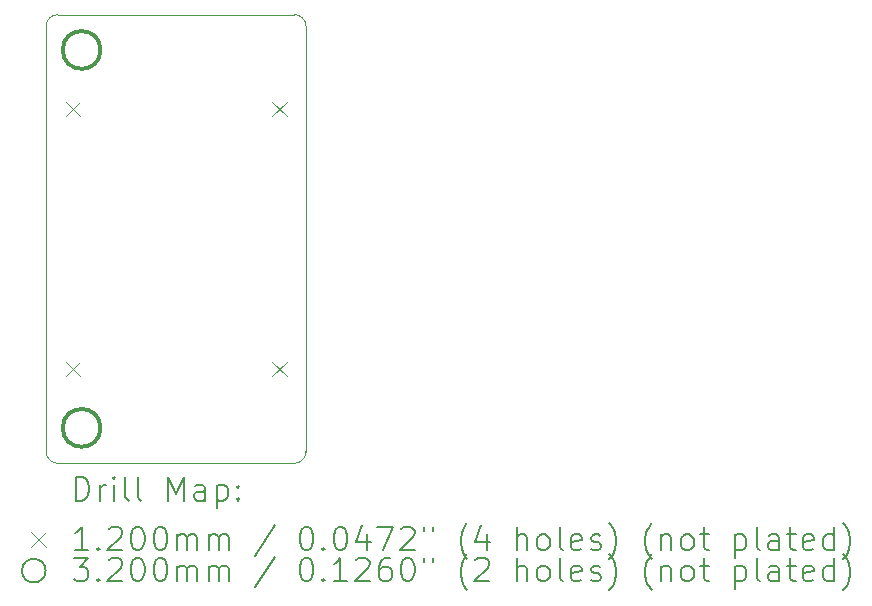
<source format=gbr>
%FSLAX45Y45*%
G04 Gerber Fmt 4.5, Leading zero omitted, Abs format (unit mm)*
G04 Created by KiCad (PCBNEW (6.0.2)) date 2022-05-16 11:26:37*
%MOMM*%
%LPD*%
G01*
G04 APERTURE LIST*
%TA.AperFunction,Profile*%
%ADD10C,0.100000*%
%TD*%
%ADD11C,0.200000*%
%ADD12C,0.120000*%
%ADD13C,0.320000*%
G04 APERTURE END LIST*
D10*
X0Y100000D02*
G75*
G03*
X100000Y0I100000J0D01*
G01*
X100000Y3800000D02*
X2100000Y3800000D01*
X2100000Y0D02*
X100000Y0D01*
X100000Y3800000D02*
G75*
G03*
X0Y3700000I0J-100000D01*
G01*
X2200000Y3700000D02*
X2200000Y100000D01*
X0Y100000D02*
X0Y3700000D01*
X2100000Y0D02*
G75*
G03*
X2200000Y100000I0J100000D01*
G01*
X2200000Y3700000D02*
G75*
G03*
X2100000Y3800000I-100000J0D01*
G01*
D11*
D12*
X165000Y3060000D02*
X285000Y2940000D01*
X285000Y3060000D02*
X165000Y2940000D01*
X165000Y860000D02*
X285000Y740000D01*
X285000Y860000D02*
X165000Y740000D01*
X1915000Y3060000D02*
X2035000Y2940000D01*
X2035000Y3060000D02*
X1915000Y2940000D01*
X1915000Y860000D02*
X2035000Y740000D01*
X2035000Y860000D02*
X1915000Y740000D01*
D13*
X460000Y3500000D02*
G75*
G03*
X460000Y3500000I-160000J0D01*
G01*
X460000Y300000D02*
G75*
G03*
X460000Y300000I-160000J0D01*
G01*
D11*
X252619Y-315476D02*
X252619Y-115476D01*
X300238Y-115476D01*
X328810Y-125000D01*
X347857Y-144048D01*
X357381Y-163095D01*
X366905Y-201190D01*
X366905Y-229762D01*
X357381Y-267857D01*
X347857Y-286905D01*
X328810Y-305952D01*
X300238Y-315476D01*
X252619Y-315476D01*
X452619Y-315476D02*
X452619Y-182143D01*
X452619Y-220238D02*
X462143Y-201190D01*
X471667Y-191667D01*
X490714Y-182143D01*
X509762Y-182143D01*
X576429Y-315476D02*
X576429Y-182143D01*
X576429Y-115476D02*
X566905Y-125000D01*
X576429Y-134524D01*
X585952Y-125000D01*
X576429Y-115476D01*
X576429Y-134524D01*
X700238Y-315476D02*
X681190Y-305952D01*
X671667Y-286905D01*
X671667Y-115476D01*
X805000Y-315476D02*
X785952Y-305952D01*
X776428Y-286905D01*
X776428Y-115476D01*
X1033571Y-315476D02*
X1033571Y-115476D01*
X1100238Y-258333D01*
X1166905Y-115476D01*
X1166905Y-315476D01*
X1347857Y-315476D02*
X1347857Y-210714D01*
X1338333Y-191667D01*
X1319286Y-182143D01*
X1281190Y-182143D01*
X1262143Y-191667D01*
X1347857Y-305952D02*
X1328810Y-315476D01*
X1281190Y-315476D01*
X1262143Y-305952D01*
X1252619Y-286905D01*
X1252619Y-267857D01*
X1262143Y-248809D01*
X1281190Y-239286D01*
X1328810Y-239286D01*
X1347857Y-229762D01*
X1443095Y-182143D02*
X1443095Y-382143D01*
X1443095Y-191667D02*
X1462143Y-182143D01*
X1500238Y-182143D01*
X1519286Y-191667D01*
X1528809Y-201190D01*
X1538333Y-220238D01*
X1538333Y-277381D01*
X1528809Y-296429D01*
X1519286Y-305952D01*
X1500238Y-315476D01*
X1462143Y-315476D01*
X1443095Y-305952D01*
X1624048Y-296429D02*
X1633571Y-305952D01*
X1624048Y-315476D01*
X1614524Y-305952D01*
X1624048Y-296429D01*
X1624048Y-315476D01*
X1624048Y-191667D02*
X1633571Y-201190D01*
X1624048Y-210714D01*
X1614524Y-201190D01*
X1624048Y-191667D01*
X1624048Y-210714D01*
D12*
X-125000Y-585000D02*
X-5000Y-705000D01*
X-5000Y-585000D02*
X-125000Y-705000D01*
D11*
X357381Y-735476D02*
X243095Y-735476D01*
X300238Y-735476D02*
X300238Y-535476D01*
X281190Y-564048D01*
X262143Y-583095D01*
X243095Y-592619D01*
X443095Y-716428D02*
X452619Y-725952D01*
X443095Y-735476D01*
X433571Y-725952D01*
X443095Y-716428D01*
X443095Y-735476D01*
X528810Y-554524D02*
X538333Y-545000D01*
X557381Y-535476D01*
X605000Y-535476D01*
X624048Y-545000D01*
X633571Y-554524D01*
X643095Y-573571D01*
X643095Y-592619D01*
X633571Y-621190D01*
X519286Y-735476D01*
X643095Y-735476D01*
X766905Y-535476D02*
X785952Y-535476D01*
X805000Y-545000D01*
X814524Y-554524D01*
X824048Y-573571D01*
X833571Y-611667D01*
X833571Y-659286D01*
X824048Y-697381D01*
X814524Y-716428D01*
X805000Y-725952D01*
X785952Y-735476D01*
X766905Y-735476D01*
X747857Y-725952D01*
X738333Y-716428D01*
X728809Y-697381D01*
X719286Y-659286D01*
X719286Y-611667D01*
X728809Y-573571D01*
X738333Y-554524D01*
X747857Y-545000D01*
X766905Y-535476D01*
X957381Y-535476D02*
X976428Y-535476D01*
X995476Y-545000D01*
X1005000Y-554524D01*
X1014524Y-573571D01*
X1024048Y-611667D01*
X1024048Y-659286D01*
X1014524Y-697381D01*
X1005000Y-716428D01*
X995476Y-725952D01*
X976428Y-735476D01*
X957381Y-735476D01*
X938333Y-725952D01*
X928809Y-716428D01*
X919286Y-697381D01*
X909762Y-659286D01*
X909762Y-611667D01*
X919286Y-573571D01*
X928809Y-554524D01*
X938333Y-545000D01*
X957381Y-535476D01*
X1109762Y-735476D02*
X1109762Y-602143D01*
X1109762Y-621190D02*
X1119286Y-611667D01*
X1138333Y-602143D01*
X1166905Y-602143D01*
X1185952Y-611667D01*
X1195476Y-630714D01*
X1195476Y-735476D01*
X1195476Y-630714D02*
X1205000Y-611667D01*
X1224048Y-602143D01*
X1252619Y-602143D01*
X1271667Y-611667D01*
X1281190Y-630714D01*
X1281190Y-735476D01*
X1376429Y-735476D02*
X1376429Y-602143D01*
X1376429Y-621190D02*
X1385952Y-611667D01*
X1405000Y-602143D01*
X1433571Y-602143D01*
X1452619Y-611667D01*
X1462143Y-630714D01*
X1462143Y-735476D01*
X1462143Y-630714D02*
X1471667Y-611667D01*
X1490714Y-602143D01*
X1519286Y-602143D01*
X1538333Y-611667D01*
X1547857Y-630714D01*
X1547857Y-735476D01*
X1938333Y-525952D02*
X1766905Y-783095D01*
X2195476Y-535476D02*
X2214524Y-535476D01*
X2233571Y-545000D01*
X2243095Y-554524D01*
X2252619Y-573571D01*
X2262143Y-611667D01*
X2262143Y-659286D01*
X2252619Y-697381D01*
X2243095Y-716428D01*
X2233571Y-725952D01*
X2214524Y-735476D01*
X2195476Y-735476D01*
X2176429Y-725952D01*
X2166905Y-716428D01*
X2157381Y-697381D01*
X2147857Y-659286D01*
X2147857Y-611667D01*
X2157381Y-573571D01*
X2166905Y-554524D01*
X2176429Y-545000D01*
X2195476Y-535476D01*
X2347857Y-716428D02*
X2357381Y-725952D01*
X2347857Y-735476D01*
X2338333Y-725952D01*
X2347857Y-716428D01*
X2347857Y-735476D01*
X2481190Y-535476D02*
X2500238Y-535476D01*
X2519286Y-545000D01*
X2528810Y-554524D01*
X2538333Y-573571D01*
X2547857Y-611667D01*
X2547857Y-659286D01*
X2538333Y-697381D01*
X2528810Y-716428D01*
X2519286Y-725952D01*
X2500238Y-735476D01*
X2481190Y-735476D01*
X2462143Y-725952D01*
X2452619Y-716428D01*
X2443095Y-697381D01*
X2433571Y-659286D01*
X2433571Y-611667D01*
X2443095Y-573571D01*
X2452619Y-554524D01*
X2462143Y-545000D01*
X2481190Y-535476D01*
X2719286Y-602143D02*
X2719286Y-735476D01*
X2671667Y-525952D02*
X2624048Y-668810D01*
X2747857Y-668810D01*
X2805000Y-535476D02*
X2938333Y-535476D01*
X2852619Y-735476D01*
X3005000Y-554524D02*
X3014524Y-545000D01*
X3033571Y-535476D01*
X3081190Y-535476D01*
X3100238Y-545000D01*
X3109762Y-554524D01*
X3119286Y-573571D01*
X3119286Y-592619D01*
X3109762Y-621190D01*
X2995476Y-735476D01*
X3119286Y-735476D01*
X3195476Y-535476D02*
X3195476Y-573571D01*
X3271667Y-535476D02*
X3271667Y-573571D01*
X3566905Y-811667D02*
X3557381Y-802143D01*
X3538333Y-773571D01*
X3528809Y-754524D01*
X3519286Y-725952D01*
X3509762Y-678333D01*
X3509762Y-640238D01*
X3519286Y-592619D01*
X3528809Y-564048D01*
X3538333Y-545000D01*
X3557381Y-516428D01*
X3566905Y-506905D01*
X3728809Y-602143D02*
X3728809Y-735476D01*
X3681190Y-525952D02*
X3633571Y-668810D01*
X3757381Y-668810D01*
X3985952Y-735476D02*
X3985952Y-535476D01*
X4071667Y-735476D02*
X4071667Y-630714D01*
X4062143Y-611667D01*
X4043095Y-602143D01*
X4014524Y-602143D01*
X3995476Y-611667D01*
X3985952Y-621190D01*
X4195476Y-735476D02*
X4176428Y-725952D01*
X4166905Y-716428D01*
X4157381Y-697381D01*
X4157381Y-640238D01*
X4166905Y-621190D01*
X4176428Y-611667D01*
X4195476Y-602143D01*
X4224048Y-602143D01*
X4243095Y-611667D01*
X4252619Y-621190D01*
X4262143Y-640238D01*
X4262143Y-697381D01*
X4252619Y-716428D01*
X4243095Y-725952D01*
X4224048Y-735476D01*
X4195476Y-735476D01*
X4376429Y-735476D02*
X4357381Y-725952D01*
X4347857Y-706905D01*
X4347857Y-535476D01*
X4528810Y-725952D02*
X4509762Y-735476D01*
X4471667Y-735476D01*
X4452619Y-725952D01*
X4443095Y-706905D01*
X4443095Y-630714D01*
X4452619Y-611667D01*
X4471667Y-602143D01*
X4509762Y-602143D01*
X4528810Y-611667D01*
X4538333Y-630714D01*
X4538333Y-649762D01*
X4443095Y-668810D01*
X4614524Y-725952D02*
X4633571Y-735476D01*
X4671667Y-735476D01*
X4690714Y-725952D01*
X4700238Y-706905D01*
X4700238Y-697381D01*
X4690714Y-678333D01*
X4671667Y-668810D01*
X4643095Y-668810D01*
X4624048Y-659286D01*
X4614524Y-640238D01*
X4614524Y-630714D01*
X4624048Y-611667D01*
X4643095Y-602143D01*
X4671667Y-602143D01*
X4690714Y-611667D01*
X4766905Y-811667D02*
X4776429Y-802143D01*
X4795476Y-773571D01*
X4805000Y-754524D01*
X4814524Y-725952D01*
X4824048Y-678333D01*
X4824048Y-640238D01*
X4814524Y-592619D01*
X4805000Y-564048D01*
X4795476Y-545000D01*
X4776429Y-516428D01*
X4766905Y-506905D01*
X5128810Y-811667D02*
X5119286Y-802143D01*
X5100238Y-773571D01*
X5090714Y-754524D01*
X5081190Y-725952D01*
X5071667Y-678333D01*
X5071667Y-640238D01*
X5081190Y-592619D01*
X5090714Y-564048D01*
X5100238Y-545000D01*
X5119286Y-516428D01*
X5128810Y-506905D01*
X5205000Y-602143D02*
X5205000Y-735476D01*
X5205000Y-621190D02*
X5214524Y-611667D01*
X5233571Y-602143D01*
X5262143Y-602143D01*
X5281190Y-611667D01*
X5290714Y-630714D01*
X5290714Y-735476D01*
X5414524Y-735476D02*
X5395476Y-725952D01*
X5385952Y-716428D01*
X5376429Y-697381D01*
X5376429Y-640238D01*
X5385952Y-621190D01*
X5395476Y-611667D01*
X5414524Y-602143D01*
X5443095Y-602143D01*
X5462143Y-611667D01*
X5471667Y-621190D01*
X5481190Y-640238D01*
X5481190Y-697381D01*
X5471667Y-716428D01*
X5462143Y-725952D01*
X5443095Y-735476D01*
X5414524Y-735476D01*
X5538333Y-602143D02*
X5614524Y-602143D01*
X5566905Y-535476D02*
X5566905Y-706905D01*
X5576429Y-725952D01*
X5595476Y-735476D01*
X5614524Y-735476D01*
X5833571Y-602143D02*
X5833571Y-802143D01*
X5833571Y-611667D02*
X5852619Y-602143D01*
X5890714Y-602143D01*
X5909762Y-611667D01*
X5919286Y-621190D01*
X5928809Y-640238D01*
X5928809Y-697381D01*
X5919286Y-716428D01*
X5909762Y-725952D01*
X5890714Y-735476D01*
X5852619Y-735476D01*
X5833571Y-725952D01*
X6043095Y-735476D02*
X6024048Y-725952D01*
X6014524Y-706905D01*
X6014524Y-535476D01*
X6205000Y-735476D02*
X6205000Y-630714D01*
X6195476Y-611667D01*
X6176428Y-602143D01*
X6138333Y-602143D01*
X6119286Y-611667D01*
X6205000Y-725952D02*
X6185952Y-735476D01*
X6138333Y-735476D01*
X6119286Y-725952D01*
X6109762Y-706905D01*
X6109762Y-687857D01*
X6119286Y-668810D01*
X6138333Y-659286D01*
X6185952Y-659286D01*
X6205000Y-649762D01*
X6271667Y-602143D02*
X6347857Y-602143D01*
X6300238Y-535476D02*
X6300238Y-706905D01*
X6309762Y-725952D01*
X6328809Y-735476D01*
X6347857Y-735476D01*
X6490714Y-725952D02*
X6471667Y-735476D01*
X6433571Y-735476D01*
X6414524Y-725952D01*
X6405000Y-706905D01*
X6405000Y-630714D01*
X6414524Y-611667D01*
X6433571Y-602143D01*
X6471667Y-602143D01*
X6490714Y-611667D01*
X6500238Y-630714D01*
X6500238Y-649762D01*
X6405000Y-668810D01*
X6671667Y-735476D02*
X6671667Y-535476D01*
X6671667Y-725952D02*
X6652619Y-735476D01*
X6614524Y-735476D01*
X6595476Y-725952D01*
X6585952Y-716428D01*
X6576428Y-697381D01*
X6576428Y-640238D01*
X6585952Y-621190D01*
X6595476Y-611667D01*
X6614524Y-602143D01*
X6652619Y-602143D01*
X6671667Y-611667D01*
X6747857Y-811667D02*
X6757381Y-802143D01*
X6776428Y-773571D01*
X6785952Y-754524D01*
X6795476Y-725952D01*
X6805000Y-678333D01*
X6805000Y-640238D01*
X6795476Y-592619D01*
X6785952Y-564048D01*
X6776428Y-545000D01*
X6757381Y-516428D01*
X6747857Y-506905D01*
X-5000Y-909000D02*
G75*
G03*
X-5000Y-909000I-100000J0D01*
G01*
X233571Y-799476D02*
X357381Y-799476D01*
X290714Y-875667D01*
X319286Y-875667D01*
X338333Y-885190D01*
X347857Y-894714D01*
X357381Y-913762D01*
X357381Y-961381D01*
X347857Y-980428D01*
X338333Y-989952D01*
X319286Y-999476D01*
X262143Y-999476D01*
X243095Y-989952D01*
X233571Y-980428D01*
X443095Y-980428D02*
X452619Y-989952D01*
X443095Y-999476D01*
X433571Y-989952D01*
X443095Y-980428D01*
X443095Y-999476D01*
X528810Y-818524D02*
X538333Y-809000D01*
X557381Y-799476D01*
X605000Y-799476D01*
X624048Y-809000D01*
X633571Y-818524D01*
X643095Y-837571D01*
X643095Y-856619D01*
X633571Y-885190D01*
X519286Y-999476D01*
X643095Y-999476D01*
X766905Y-799476D02*
X785952Y-799476D01*
X805000Y-809000D01*
X814524Y-818524D01*
X824048Y-837571D01*
X833571Y-875667D01*
X833571Y-923286D01*
X824048Y-961381D01*
X814524Y-980428D01*
X805000Y-989952D01*
X785952Y-999476D01*
X766905Y-999476D01*
X747857Y-989952D01*
X738333Y-980428D01*
X728809Y-961381D01*
X719286Y-923286D01*
X719286Y-875667D01*
X728809Y-837571D01*
X738333Y-818524D01*
X747857Y-809000D01*
X766905Y-799476D01*
X957381Y-799476D02*
X976428Y-799476D01*
X995476Y-809000D01*
X1005000Y-818524D01*
X1014524Y-837571D01*
X1024048Y-875667D01*
X1024048Y-923286D01*
X1014524Y-961381D01*
X1005000Y-980428D01*
X995476Y-989952D01*
X976428Y-999476D01*
X957381Y-999476D01*
X938333Y-989952D01*
X928809Y-980428D01*
X919286Y-961381D01*
X909762Y-923286D01*
X909762Y-875667D01*
X919286Y-837571D01*
X928809Y-818524D01*
X938333Y-809000D01*
X957381Y-799476D01*
X1109762Y-999476D02*
X1109762Y-866143D01*
X1109762Y-885190D02*
X1119286Y-875667D01*
X1138333Y-866143D01*
X1166905Y-866143D01*
X1185952Y-875667D01*
X1195476Y-894714D01*
X1195476Y-999476D01*
X1195476Y-894714D02*
X1205000Y-875667D01*
X1224048Y-866143D01*
X1252619Y-866143D01*
X1271667Y-875667D01*
X1281190Y-894714D01*
X1281190Y-999476D01*
X1376429Y-999476D02*
X1376429Y-866143D01*
X1376429Y-885190D02*
X1385952Y-875667D01*
X1405000Y-866143D01*
X1433571Y-866143D01*
X1452619Y-875667D01*
X1462143Y-894714D01*
X1462143Y-999476D01*
X1462143Y-894714D02*
X1471667Y-875667D01*
X1490714Y-866143D01*
X1519286Y-866143D01*
X1538333Y-875667D01*
X1547857Y-894714D01*
X1547857Y-999476D01*
X1938333Y-789952D02*
X1766905Y-1047095D01*
X2195476Y-799476D02*
X2214524Y-799476D01*
X2233571Y-809000D01*
X2243095Y-818524D01*
X2252619Y-837571D01*
X2262143Y-875667D01*
X2262143Y-923286D01*
X2252619Y-961381D01*
X2243095Y-980428D01*
X2233571Y-989952D01*
X2214524Y-999476D01*
X2195476Y-999476D01*
X2176429Y-989952D01*
X2166905Y-980428D01*
X2157381Y-961381D01*
X2147857Y-923286D01*
X2147857Y-875667D01*
X2157381Y-837571D01*
X2166905Y-818524D01*
X2176429Y-809000D01*
X2195476Y-799476D01*
X2347857Y-980428D02*
X2357381Y-989952D01*
X2347857Y-999476D01*
X2338333Y-989952D01*
X2347857Y-980428D01*
X2347857Y-999476D01*
X2547857Y-999476D02*
X2433571Y-999476D01*
X2490714Y-999476D02*
X2490714Y-799476D01*
X2471667Y-828048D01*
X2452619Y-847095D01*
X2433571Y-856619D01*
X2624048Y-818524D02*
X2633571Y-809000D01*
X2652619Y-799476D01*
X2700238Y-799476D01*
X2719286Y-809000D01*
X2728810Y-818524D01*
X2738333Y-837571D01*
X2738333Y-856619D01*
X2728810Y-885190D01*
X2614524Y-999476D01*
X2738333Y-999476D01*
X2909762Y-799476D02*
X2871667Y-799476D01*
X2852619Y-809000D01*
X2843095Y-818524D01*
X2824048Y-847095D01*
X2814524Y-885190D01*
X2814524Y-961381D01*
X2824048Y-980428D01*
X2833571Y-989952D01*
X2852619Y-999476D01*
X2890714Y-999476D01*
X2909762Y-989952D01*
X2919286Y-980428D01*
X2928809Y-961381D01*
X2928809Y-913762D01*
X2919286Y-894714D01*
X2909762Y-885190D01*
X2890714Y-875667D01*
X2852619Y-875667D01*
X2833571Y-885190D01*
X2824048Y-894714D01*
X2814524Y-913762D01*
X3052619Y-799476D02*
X3071667Y-799476D01*
X3090714Y-809000D01*
X3100238Y-818524D01*
X3109762Y-837571D01*
X3119286Y-875667D01*
X3119286Y-923286D01*
X3109762Y-961381D01*
X3100238Y-980428D01*
X3090714Y-989952D01*
X3071667Y-999476D01*
X3052619Y-999476D01*
X3033571Y-989952D01*
X3024048Y-980428D01*
X3014524Y-961381D01*
X3005000Y-923286D01*
X3005000Y-875667D01*
X3014524Y-837571D01*
X3024048Y-818524D01*
X3033571Y-809000D01*
X3052619Y-799476D01*
X3195476Y-799476D02*
X3195476Y-837571D01*
X3271667Y-799476D02*
X3271667Y-837571D01*
X3566905Y-1075667D02*
X3557381Y-1066143D01*
X3538333Y-1037571D01*
X3528809Y-1018524D01*
X3519286Y-989952D01*
X3509762Y-942333D01*
X3509762Y-904238D01*
X3519286Y-856619D01*
X3528809Y-828048D01*
X3538333Y-809000D01*
X3557381Y-780428D01*
X3566905Y-770905D01*
X3633571Y-818524D02*
X3643095Y-809000D01*
X3662143Y-799476D01*
X3709762Y-799476D01*
X3728809Y-809000D01*
X3738333Y-818524D01*
X3747857Y-837571D01*
X3747857Y-856619D01*
X3738333Y-885190D01*
X3624048Y-999476D01*
X3747857Y-999476D01*
X3985952Y-999476D02*
X3985952Y-799476D01*
X4071667Y-999476D02*
X4071667Y-894714D01*
X4062143Y-875667D01*
X4043095Y-866143D01*
X4014524Y-866143D01*
X3995476Y-875667D01*
X3985952Y-885190D01*
X4195476Y-999476D02*
X4176428Y-989952D01*
X4166905Y-980428D01*
X4157381Y-961381D01*
X4157381Y-904238D01*
X4166905Y-885190D01*
X4176428Y-875667D01*
X4195476Y-866143D01*
X4224048Y-866143D01*
X4243095Y-875667D01*
X4252619Y-885190D01*
X4262143Y-904238D01*
X4262143Y-961381D01*
X4252619Y-980428D01*
X4243095Y-989952D01*
X4224048Y-999476D01*
X4195476Y-999476D01*
X4376429Y-999476D02*
X4357381Y-989952D01*
X4347857Y-970905D01*
X4347857Y-799476D01*
X4528810Y-989952D02*
X4509762Y-999476D01*
X4471667Y-999476D01*
X4452619Y-989952D01*
X4443095Y-970905D01*
X4443095Y-894714D01*
X4452619Y-875667D01*
X4471667Y-866143D01*
X4509762Y-866143D01*
X4528810Y-875667D01*
X4538333Y-894714D01*
X4538333Y-913762D01*
X4443095Y-932809D01*
X4614524Y-989952D02*
X4633571Y-999476D01*
X4671667Y-999476D01*
X4690714Y-989952D01*
X4700238Y-970905D01*
X4700238Y-961381D01*
X4690714Y-942333D01*
X4671667Y-932809D01*
X4643095Y-932809D01*
X4624048Y-923286D01*
X4614524Y-904238D01*
X4614524Y-894714D01*
X4624048Y-875667D01*
X4643095Y-866143D01*
X4671667Y-866143D01*
X4690714Y-875667D01*
X4766905Y-1075667D02*
X4776429Y-1066143D01*
X4795476Y-1037571D01*
X4805000Y-1018524D01*
X4814524Y-989952D01*
X4824048Y-942333D01*
X4824048Y-904238D01*
X4814524Y-856619D01*
X4805000Y-828048D01*
X4795476Y-809000D01*
X4776429Y-780428D01*
X4766905Y-770905D01*
X5128810Y-1075667D02*
X5119286Y-1066143D01*
X5100238Y-1037571D01*
X5090714Y-1018524D01*
X5081190Y-989952D01*
X5071667Y-942333D01*
X5071667Y-904238D01*
X5081190Y-856619D01*
X5090714Y-828048D01*
X5100238Y-809000D01*
X5119286Y-780428D01*
X5128810Y-770905D01*
X5205000Y-866143D02*
X5205000Y-999476D01*
X5205000Y-885190D02*
X5214524Y-875667D01*
X5233571Y-866143D01*
X5262143Y-866143D01*
X5281190Y-875667D01*
X5290714Y-894714D01*
X5290714Y-999476D01*
X5414524Y-999476D02*
X5395476Y-989952D01*
X5385952Y-980428D01*
X5376429Y-961381D01*
X5376429Y-904238D01*
X5385952Y-885190D01*
X5395476Y-875667D01*
X5414524Y-866143D01*
X5443095Y-866143D01*
X5462143Y-875667D01*
X5471667Y-885190D01*
X5481190Y-904238D01*
X5481190Y-961381D01*
X5471667Y-980428D01*
X5462143Y-989952D01*
X5443095Y-999476D01*
X5414524Y-999476D01*
X5538333Y-866143D02*
X5614524Y-866143D01*
X5566905Y-799476D02*
X5566905Y-970905D01*
X5576429Y-989952D01*
X5595476Y-999476D01*
X5614524Y-999476D01*
X5833571Y-866143D02*
X5833571Y-1066143D01*
X5833571Y-875667D02*
X5852619Y-866143D01*
X5890714Y-866143D01*
X5909762Y-875667D01*
X5919286Y-885190D01*
X5928809Y-904238D01*
X5928809Y-961381D01*
X5919286Y-980428D01*
X5909762Y-989952D01*
X5890714Y-999476D01*
X5852619Y-999476D01*
X5833571Y-989952D01*
X6043095Y-999476D02*
X6024048Y-989952D01*
X6014524Y-970905D01*
X6014524Y-799476D01*
X6205000Y-999476D02*
X6205000Y-894714D01*
X6195476Y-875667D01*
X6176428Y-866143D01*
X6138333Y-866143D01*
X6119286Y-875667D01*
X6205000Y-989952D02*
X6185952Y-999476D01*
X6138333Y-999476D01*
X6119286Y-989952D01*
X6109762Y-970905D01*
X6109762Y-951857D01*
X6119286Y-932809D01*
X6138333Y-923286D01*
X6185952Y-923286D01*
X6205000Y-913762D01*
X6271667Y-866143D02*
X6347857Y-866143D01*
X6300238Y-799476D02*
X6300238Y-970905D01*
X6309762Y-989952D01*
X6328809Y-999476D01*
X6347857Y-999476D01*
X6490714Y-989952D02*
X6471667Y-999476D01*
X6433571Y-999476D01*
X6414524Y-989952D01*
X6405000Y-970905D01*
X6405000Y-894714D01*
X6414524Y-875667D01*
X6433571Y-866143D01*
X6471667Y-866143D01*
X6490714Y-875667D01*
X6500238Y-894714D01*
X6500238Y-913762D01*
X6405000Y-932809D01*
X6671667Y-999476D02*
X6671667Y-799476D01*
X6671667Y-989952D02*
X6652619Y-999476D01*
X6614524Y-999476D01*
X6595476Y-989952D01*
X6585952Y-980428D01*
X6576428Y-961381D01*
X6576428Y-904238D01*
X6585952Y-885190D01*
X6595476Y-875667D01*
X6614524Y-866143D01*
X6652619Y-866143D01*
X6671667Y-875667D01*
X6747857Y-1075667D02*
X6757381Y-1066143D01*
X6776428Y-1037571D01*
X6785952Y-1018524D01*
X6795476Y-989952D01*
X6805000Y-942333D01*
X6805000Y-904238D01*
X6795476Y-856619D01*
X6785952Y-828048D01*
X6776428Y-809000D01*
X6757381Y-780428D01*
X6747857Y-770905D01*
M02*

</source>
